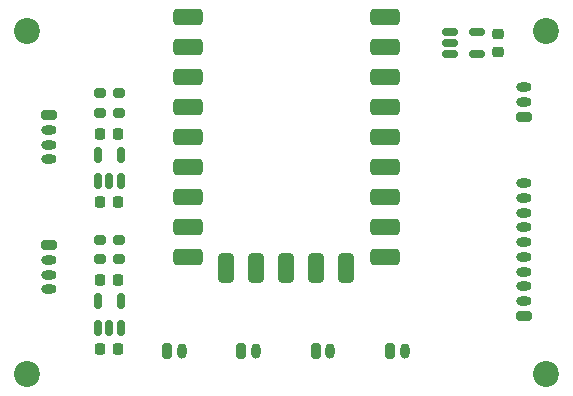
<source format=gbr>
%TF.GenerationSoftware,KiCad,Pcbnew,8.0.4*%
%TF.CreationDate,2024-08-04T13:51:38+08:00*%
%TF.ProjectId,mai-pico-nano-io,6d61692d-7069-4636-9f2d-6e616e6f2d69,rev?*%
%TF.SameCoordinates,Original*%
%TF.FileFunction,Soldermask,Top*%
%TF.FilePolarity,Negative*%
%FSLAX46Y46*%
G04 Gerber Fmt 4.6, Leading zero omitted, Abs format (unit mm)*
G04 Created by KiCad (PCBNEW 8.0.4) date 2024-08-04 13:51:38*
%MOMM*%
%LPD*%
G01*
G04 APERTURE LIST*
G04 Aperture macros list*
%AMRoundRect*
0 Rectangle with rounded corners*
0 $1 Rounding radius*
0 $2 $3 $4 $5 $6 $7 $8 $9 X,Y pos of 4 corners*
0 Add a 4 corners polygon primitive as box body*
4,1,4,$2,$3,$4,$5,$6,$7,$8,$9,$2,$3,0*
0 Add four circle primitives for the rounded corners*
1,1,$1+$1,$2,$3*
1,1,$1+$1,$4,$5*
1,1,$1+$1,$6,$7*
1,1,$1+$1,$8,$9*
0 Add four rect primitives between the rounded corners*
20,1,$1+$1,$2,$3,$4,$5,0*
20,1,$1+$1,$4,$5,$6,$7,0*
20,1,$1+$1,$6,$7,$8,$9,0*
20,1,$1+$1,$8,$9,$2,$3,0*%
G04 Aperture macros list end*
%ADD10RoundRect,0.200000X-0.450000X0.200000X-0.450000X-0.200000X0.450000X-0.200000X0.450000X0.200000X0*%
%ADD11O,1.300000X0.800000*%
%ADD12C,2.200000*%
%ADD13RoundRect,0.200000X0.450000X-0.200000X0.450000X0.200000X-0.450000X0.200000X-0.450000X-0.200000X0*%
%ADD14RoundRect,0.150000X0.150000X-0.512500X0.150000X0.512500X-0.150000X0.512500X-0.150000X-0.512500X0*%
%ADD15RoundRect,0.200000X0.275000X-0.200000X0.275000X0.200000X-0.275000X0.200000X-0.275000X-0.200000X0*%
%ADD16RoundRect,0.225000X-0.225000X-0.250000X0.225000X-0.250000X0.225000X0.250000X-0.225000X0.250000X0*%
%ADD17RoundRect,0.345000X-0.925000X-0.345000X0.925000X-0.345000X0.925000X0.345000X-0.925000X0.345000X0*%
%ADD18RoundRect,0.345000X-0.345000X-0.925000X0.345000X-0.925000X0.345000X0.925000X-0.345000X0.925000X0*%
%ADD19RoundRect,0.150000X-0.512500X-0.150000X0.512500X-0.150000X0.512500X0.150000X-0.512500X0.150000X0*%
%ADD20RoundRect,0.200000X-0.200000X-0.450000X0.200000X-0.450000X0.200000X0.450000X-0.200000X0.450000X0*%
%ADD21O,0.800000X1.300000*%
%ADD22RoundRect,0.225000X-0.250000X0.225000X-0.250000X-0.225000X0.250000X-0.225000X0.250000X0.225000X0*%
G04 APERTURE END LIST*
D10*
%TO.C,J3*%
X79900000Y-109125000D03*
D11*
X79900000Y-110374999D03*
X79900000Y-111625000D03*
X79900000Y-112874999D03*
%TD*%
D10*
%TO.C,J2*%
X79900000Y-98125000D03*
D11*
X79900000Y-99374999D03*
X79900000Y-100625000D03*
X79900000Y-101874999D03*
%TD*%
D12*
%TO.C,REF\u002A\u002A*%
X78000000Y-120000000D03*
%TD*%
D13*
%TO.C,J4*%
X120100000Y-115125000D03*
D11*
X120100000Y-113875001D03*
X120100000Y-112625000D03*
X120100000Y-111375001D03*
X120100000Y-110125000D03*
X120100000Y-108875001D03*
X120100000Y-107625000D03*
X120100000Y-106375000D03*
X120100000Y-105125000D03*
X120100000Y-103875000D03*
%TD*%
D14*
%TO.C,U3*%
X84050001Y-103737500D03*
X85000000Y-103737500D03*
X85949999Y-103737500D03*
X85949999Y-101462500D03*
X84050001Y-101462500D03*
%TD*%
D15*
%TO.C,R4*%
X84200000Y-110325000D03*
X84200000Y-108675000D03*
%TD*%
D16*
%TO.C,C3*%
X84225000Y-117900000D03*
X85775000Y-117900000D03*
%TD*%
%TO.C,C4*%
X84225000Y-112100000D03*
X85775000Y-112100000D03*
%TD*%
D17*
%TO.C,U1*%
X91690000Y-89840000D03*
X91690000Y-92380000D03*
X91690000Y-94920000D03*
X91690000Y-97460000D03*
X91690000Y-100000000D03*
X91690000Y-102540000D03*
X91690000Y-105080000D03*
X91690000Y-107620000D03*
X91690000Y-110160000D03*
D18*
X94920000Y-111060000D03*
X97460000Y-111060000D03*
X100000000Y-111060000D03*
X102540000Y-111060000D03*
X105080000Y-111060000D03*
D17*
X108310000Y-110160000D03*
X108310000Y-107620000D03*
X108310000Y-105080000D03*
X108310000Y-102540000D03*
X108310000Y-100000000D03*
X108310000Y-97460000D03*
X108310000Y-94920000D03*
X108310000Y-92380000D03*
X108310000Y-89840000D03*
%TD*%
D12*
%TO.C,REF\u002A\u002A*%
X122000000Y-120000000D03*
%TD*%
D15*
%TO.C,R3*%
X85800000Y-110325000D03*
X85800000Y-108675000D03*
%TD*%
D19*
%TO.C,U2*%
X113862500Y-91050001D03*
X113862500Y-92000000D03*
X113862500Y-92949999D03*
X116137500Y-92949999D03*
X116137500Y-91050001D03*
%TD*%
D12*
%TO.C,REF\u002A\u002A*%
X78000000Y-91000000D03*
%TD*%
D20*
%TO.C,J7*%
X102475000Y-118100000D03*
D21*
X103725000Y-118100000D03*
%TD*%
D14*
%TO.C,U4*%
X84050001Y-116137500D03*
X85000000Y-116137500D03*
X85949999Y-116137500D03*
X85949999Y-113862500D03*
X84050001Y-113862500D03*
%TD*%
D20*
%TO.C,J8*%
X108775000Y-118100000D03*
D21*
X110025000Y-118100000D03*
%TD*%
D22*
%TO.C,C5*%
X117900000Y-91225000D03*
X117900000Y-92775000D03*
%TD*%
D20*
%TO.C,J6*%
X96175000Y-118100000D03*
D21*
X97425000Y-118100000D03*
%TD*%
D12*
%TO.C,REF\u002A\u002A*%
X122000000Y-91000000D03*
%TD*%
D16*
%TO.C,C2*%
X84225000Y-99700000D03*
X85775000Y-99700000D03*
%TD*%
%TO.C,C1*%
X84225000Y-105500000D03*
X85775000Y-105500000D03*
%TD*%
D15*
%TO.C,R1*%
X84200000Y-97925000D03*
X84200000Y-96275000D03*
%TD*%
%TO.C,R2*%
X85800000Y-97925000D03*
X85800000Y-96275000D03*
%TD*%
D20*
%TO.C,J5*%
X89875000Y-118100000D03*
D21*
X91125000Y-118100000D03*
%TD*%
D13*
%TO.C,J1*%
X120100000Y-98250000D03*
D11*
X120100000Y-97000001D03*
X120100000Y-95750000D03*
%TD*%
M02*

</source>
